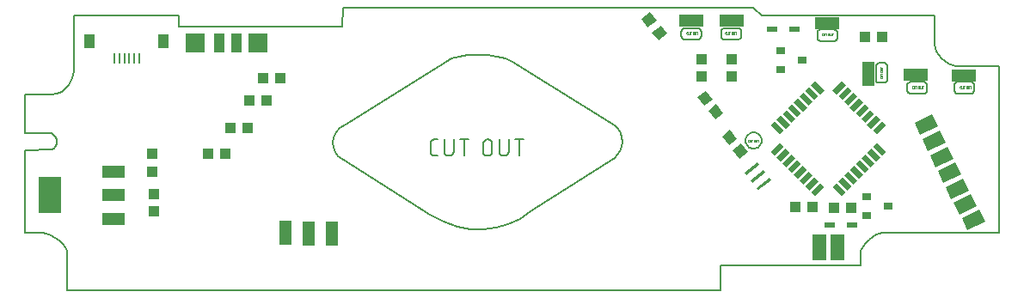
<source format=gtp>
G75*
%MOIN*%
%OFA0B0*%
%FSLAX25Y25*%
%IPPOS*%
%LPD*%
%AMOC8*
5,1,8,0,0,1.08239X$1,22.5*
%
%ADD10C,0.00600*%
%ADD11C,0.00500*%
%ADD12C,0.00800*%
%ADD13C,0.00000*%
%ADD14R,0.03937X0.04331*%
%ADD15R,0.04252X0.04134*%
%ADD16R,0.04331X0.03937*%
%ADD17R,0.08800X0.04800*%
%ADD18R,0.08661X0.14173*%
%ADD19R,0.03543X0.03150*%
%ADD20R,0.09500X0.04500*%
%ADD21R,0.05400X0.10000*%
%ADD22R,0.04500X0.09500*%
%ADD23R,0.05157X0.07598*%
%ADD24R,0.04134X0.07677*%
%ADD25R,0.07677X0.07677*%
%ADD26R,0.05000X0.02200*%
%ADD27R,0.02200X0.05000*%
%ADD28R,0.06299X0.01181*%
%ADD29R,0.03937X0.02362*%
%ADD30R,0.00984X0.03937*%
%ADD31R,0.03937X0.05276*%
D10*
X0017703Y0038877D02*
X0017703Y0053068D01*
X0017473Y0054223D01*
X0016826Y0055511D01*
X0015826Y0056843D01*
X0014540Y0058131D01*
X0013031Y0059287D01*
X0011367Y0060221D01*
X0009609Y0060847D01*
X0007826Y0061075D01*
X0001300Y0061075D01*
X0001300Y0093285D01*
X0011489Y0093363D01*
X0012380Y0093845D01*
X0013016Y0094600D01*
X0013395Y0095536D01*
X0013520Y0096561D01*
X0013391Y0097585D01*
X0013008Y0098513D01*
X0012374Y0099256D01*
X0011489Y0099720D01*
X0001300Y0099735D01*
X0001300Y0114803D02*
X0011489Y0114803D01*
X0013651Y0115090D01*
X0015486Y0115887D01*
X0017005Y0117096D01*
X0018220Y0118620D01*
X0019144Y0120362D01*
X0019789Y0122225D01*
X0020167Y0124111D01*
X0020291Y0125924D01*
X0020291Y0145461D01*
X0060762Y0145461D02*
X0060762Y0141013D01*
X0124178Y0141164D01*
X0124439Y0148568D01*
X0283611Y0148568D01*
X0286803Y0145461D01*
X0353849Y0145461D01*
X0353872Y0134183D01*
X0354104Y0132969D01*
X0354668Y0131631D01*
X0355516Y0130256D01*
X0356599Y0128933D01*
X0357869Y0127750D01*
X0359276Y0126796D01*
X0360773Y0126160D01*
X0362309Y0125929D01*
X0362585Y0125935D01*
X0378794Y0125924D01*
X0378794Y0061075D01*
X0333600Y0061075D01*
X0332610Y0060907D01*
X0331351Y0060421D01*
X0329946Y0059641D01*
X0328519Y0058595D01*
X0327194Y0057307D01*
X0326094Y0055804D01*
X0325344Y0054111D01*
X0325066Y0052254D01*
X0325066Y0048361D01*
X0270858Y0048361D01*
X0270858Y0038877D01*
X0017703Y0038877D01*
X0122690Y0090966D02*
X0124225Y0089783D01*
X0158265Y0068189D01*
X0163523Y0065449D01*
X0168754Y0063607D01*
X0173919Y0062628D01*
X0178974Y0062478D01*
X0183880Y0063119D01*
X0188596Y0064518D01*
X0193079Y0066639D01*
X0197289Y0069447D01*
X0229895Y0090159D01*
X0230978Y0091402D01*
X0231843Y0092915D01*
X0232442Y0094612D01*
X0232729Y0096404D01*
X0232659Y0098204D01*
X0232183Y0099923D01*
X0231257Y0101475D01*
X0229833Y0102771D01*
X0190100Y0127595D01*
X0187592Y0128804D01*
X0184372Y0129643D01*
X0180700Y0130126D01*
X0176836Y0130263D01*
X0173041Y0130067D01*
X0169574Y0129549D01*
X0166698Y0128721D01*
X0164671Y0127595D01*
X0125405Y0103236D01*
X0123317Y0101738D01*
X0121857Y0099993D01*
X0120989Y0098097D01*
X0120674Y0096150D01*
X0120878Y0094247D01*
X0121562Y0092486D01*
X0122690Y0090966D01*
X0158497Y0092431D02*
X0158497Y0095986D01*
X0158499Y0096060D01*
X0158505Y0096135D01*
X0158515Y0096208D01*
X0158528Y0096282D01*
X0158545Y0096354D01*
X0158567Y0096425D01*
X0158591Y0096496D01*
X0158620Y0096564D01*
X0158652Y0096632D01*
X0158688Y0096697D01*
X0158726Y0096760D01*
X0158769Y0096822D01*
X0158814Y0096881D01*
X0158862Y0096937D01*
X0158913Y0096992D01*
X0158967Y0097043D01*
X0159024Y0097091D01*
X0159083Y0097136D01*
X0159145Y0097179D01*
X0159208Y0097217D01*
X0159273Y0097253D01*
X0159341Y0097285D01*
X0159409Y0097314D01*
X0159480Y0097338D01*
X0159551Y0097360D01*
X0159623Y0097377D01*
X0159697Y0097390D01*
X0159770Y0097400D01*
X0159845Y0097406D01*
X0159919Y0097408D01*
X0161341Y0097408D01*
X0163846Y0097408D02*
X0163846Y0092786D01*
X0163848Y0092703D01*
X0163854Y0092620D01*
X0163864Y0092537D01*
X0163877Y0092454D01*
X0163895Y0092373D01*
X0163916Y0092292D01*
X0163941Y0092213D01*
X0163970Y0092135D01*
X0164002Y0092058D01*
X0164038Y0091983D01*
X0164077Y0091909D01*
X0164120Y0091838D01*
X0164166Y0091768D01*
X0164216Y0091701D01*
X0164268Y0091636D01*
X0164323Y0091574D01*
X0164382Y0091514D01*
X0164443Y0091457D01*
X0164506Y0091403D01*
X0164572Y0091352D01*
X0164641Y0091305D01*
X0164711Y0091260D01*
X0164784Y0091219D01*
X0164858Y0091182D01*
X0164934Y0091147D01*
X0165012Y0091117D01*
X0165090Y0091090D01*
X0165171Y0091067D01*
X0165252Y0091047D01*
X0165334Y0091032D01*
X0165416Y0091020D01*
X0165499Y0091012D01*
X0165582Y0091008D01*
X0165666Y0091008D01*
X0165749Y0091012D01*
X0165832Y0091020D01*
X0165914Y0091032D01*
X0165996Y0091047D01*
X0166077Y0091067D01*
X0166158Y0091090D01*
X0166236Y0091117D01*
X0166314Y0091147D01*
X0166390Y0091182D01*
X0166464Y0091219D01*
X0166537Y0091260D01*
X0166607Y0091305D01*
X0166676Y0091352D01*
X0166742Y0091403D01*
X0166805Y0091457D01*
X0166866Y0091514D01*
X0166925Y0091574D01*
X0166980Y0091636D01*
X0167032Y0091701D01*
X0167082Y0091768D01*
X0167128Y0091838D01*
X0167171Y0091909D01*
X0167210Y0091983D01*
X0167246Y0092058D01*
X0167278Y0092135D01*
X0167307Y0092213D01*
X0167332Y0092292D01*
X0167353Y0092373D01*
X0167371Y0092454D01*
X0167384Y0092537D01*
X0167394Y0092620D01*
X0167400Y0092703D01*
X0167402Y0092786D01*
X0167401Y0092786D02*
X0167401Y0097408D01*
X0169795Y0097408D02*
X0173350Y0097408D01*
X0171573Y0097408D02*
X0171573Y0091008D01*
X0178821Y0092786D02*
X0178821Y0095631D01*
X0178820Y0095631D02*
X0178822Y0095714D01*
X0178828Y0095797D01*
X0178838Y0095880D01*
X0178851Y0095963D01*
X0178869Y0096044D01*
X0178890Y0096125D01*
X0178915Y0096204D01*
X0178944Y0096282D01*
X0178976Y0096359D01*
X0179012Y0096434D01*
X0179051Y0096508D01*
X0179094Y0096579D01*
X0179140Y0096649D01*
X0179190Y0096716D01*
X0179242Y0096781D01*
X0179297Y0096843D01*
X0179356Y0096903D01*
X0179417Y0096960D01*
X0179480Y0097014D01*
X0179546Y0097065D01*
X0179615Y0097112D01*
X0179685Y0097157D01*
X0179758Y0097198D01*
X0179832Y0097235D01*
X0179908Y0097270D01*
X0179986Y0097300D01*
X0180064Y0097327D01*
X0180145Y0097350D01*
X0180226Y0097370D01*
X0180308Y0097385D01*
X0180390Y0097397D01*
X0180473Y0097405D01*
X0180556Y0097409D01*
X0180640Y0097409D01*
X0180723Y0097405D01*
X0180806Y0097397D01*
X0180888Y0097385D01*
X0180970Y0097370D01*
X0181051Y0097350D01*
X0181132Y0097327D01*
X0181210Y0097300D01*
X0181288Y0097270D01*
X0181364Y0097235D01*
X0181438Y0097198D01*
X0181511Y0097157D01*
X0181581Y0097112D01*
X0181650Y0097065D01*
X0181716Y0097014D01*
X0181779Y0096960D01*
X0181840Y0096903D01*
X0181899Y0096843D01*
X0181954Y0096781D01*
X0182006Y0096716D01*
X0182056Y0096649D01*
X0182102Y0096579D01*
X0182145Y0096508D01*
X0182184Y0096434D01*
X0182220Y0096359D01*
X0182252Y0096282D01*
X0182281Y0096204D01*
X0182306Y0096125D01*
X0182327Y0096044D01*
X0182345Y0095963D01*
X0182358Y0095880D01*
X0182368Y0095797D01*
X0182374Y0095714D01*
X0182376Y0095631D01*
X0182376Y0092786D01*
X0182374Y0092703D01*
X0182368Y0092620D01*
X0182358Y0092537D01*
X0182345Y0092454D01*
X0182327Y0092373D01*
X0182306Y0092292D01*
X0182281Y0092213D01*
X0182252Y0092135D01*
X0182220Y0092058D01*
X0182184Y0091983D01*
X0182145Y0091909D01*
X0182102Y0091838D01*
X0182056Y0091768D01*
X0182006Y0091701D01*
X0181954Y0091636D01*
X0181899Y0091574D01*
X0181840Y0091514D01*
X0181779Y0091457D01*
X0181716Y0091403D01*
X0181650Y0091352D01*
X0181581Y0091305D01*
X0181511Y0091260D01*
X0181438Y0091219D01*
X0181364Y0091182D01*
X0181288Y0091147D01*
X0181210Y0091117D01*
X0181132Y0091090D01*
X0181051Y0091067D01*
X0180970Y0091047D01*
X0180888Y0091032D01*
X0180806Y0091020D01*
X0180723Y0091012D01*
X0180640Y0091008D01*
X0180556Y0091008D01*
X0180473Y0091012D01*
X0180390Y0091020D01*
X0180308Y0091032D01*
X0180226Y0091047D01*
X0180145Y0091067D01*
X0180064Y0091090D01*
X0179986Y0091117D01*
X0179908Y0091147D01*
X0179832Y0091182D01*
X0179758Y0091219D01*
X0179685Y0091260D01*
X0179615Y0091305D01*
X0179546Y0091352D01*
X0179480Y0091403D01*
X0179417Y0091457D01*
X0179356Y0091514D01*
X0179297Y0091574D01*
X0179242Y0091636D01*
X0179190Y0091701D01*
X0179140Y0091768D01*
X0179094Y0091838D01*
X0179051Y0091909D01*
X0179012Y0091983D01*
X0178976Y0092058D01*
X0178944Y0092135D01*
X0178915Y0092213D01*
X0178890Y0092292D01*
X0178869Y0092373D01*
X0178851Y0092454D01*
X0178838Y0092537D01*
X0178828Y0092620D01*
X0178822Y0092703D01*
X0178820Y0092786D01*
X0185180Y0092786D02*
X0185180Y0097408D01*
X0188735Y0097408D02*
X0188735Y0092786D01*
X0188736Y0092786D02*
X0188734Y0092703D01*
X0188728Y0092620D01*
X0188718Y0092537D01*
X0188705Y0092454D01*
X0188687Y0092373D01*
X0188666Y0092292D01*
X0188641Y0092213D01*
X0188612Y0092135D01*
X0188580Y0092058D01*
X0188544Y0091983D01*
X0188505Y0091909D01*
X0188462Y0091838D01*
X0188416Y0091768D01*
X0188366Y0091701D01*
X0188314Y0091636D01*
X0188259Y0091574D01*
X0188200Y0091514D01*
X0188139Y0091457D01*
X0188076Y0091403D01*
X0188010Y0091352D01*
X0187941Y0091305D01*
X0187871Y0091260D01*
X0187798Y0091219D01*
X0187724Y0091182D01*
X0187648Y0091147D01*
X0187570Y0091117D01*
X0187492Y0091090D01*
X0187411Y0091067D01*
X0187330Y0091047D01*
X0187248Y0091032D01*
X0187166Y0091020D01*
X0187083Y0091012D01*
X0187000Y0091008D01*
X0186916Y0091008D01*
X0186833Y0091012D01*
X0186750Y0091020D01*
X0186668Y0091032D01*
X0186586Y0091047D01*
X0186505Y0091067D01*
X0186424Y0091090D01*
X0186346Y0091117D01*
X0186268Y0091147D01*
X0186192Y0091182D01*
X0186118Y0091219D01*
X0186045Y0091260D01*
X0185975Y0091305D01*
X0185906Y0091352D01*
X0185840Y0091403D01*
X0185777Y0091457D01*
X0185716Y0091514D01*
X0185657Y0091574D01*
X0185602Y0091636D01*
X0185550Y0091701D01*
X0185500Y0091768D01*
X0185454Y0091838D01*
X0185411Y0091909D01*
X0185372Y0091983D01*
X0185336Y0092058D01*
X0185304Y0092135D01*
X0185275Y0092213D01*
X0185250Y0092292D01*
X0185229Y0092373D01*
X0185211Y0092454D01*
X0185198Y0092537D01*
X0185188Y0092620D01*
X0185182Y0092703D01*
X0185180Y0092786D01*
X0191129Y0097408D02*
X0194684Y0097408D01*
X0192907Y0097408D02*
X0192907Y0091008D01*
X0161341Y0091008D02*
X0159919Y0091008D01*
X0159919Y0091009D02*
X0159845Y0091011D01*
X0159770Y0091017D01*
X0159697Y0091027D01*
X0159623Y0091040D01*
X0159551Y0091057D01*
X0159480Y0091079D01*
X0159409Y0091103D01*
X0159341Y0091132D01*
X0159273Y0091164D01*
X0159208Y0091200D01*
X0159145Y0091238D01*
X0159083Y0091281D01*
X0159024Y0091326D01*
X0158967Y0091374D01*
X0158913Y0091425D01*
X0158862Y0091479D01*
X0158814Y0091536D01*
X0158769Y0091595D01*
X0158726Y0091657D01*
X0158688Y0091720D01*
X0158652Y0091785D01*
X0158620Y0091853D01*
X0158591Y0091921D01*
X0158567Y0091992D01*
X0158545Y0092063D01*
X0158528Y0092135D01*
X0158515Y0092209D01*
X0158505Y0092282D01*
X0158499Y0092357D01*
X0158497Y0092431D01*
X0255811Y0136897D02*
X0255734Y0137142D01*
X0255707Y0137405D01*
X0255707Y0139289D01*
X0255734Y0139552D01*
X0255811Y0139797D01*
X0255931Y0140020D01*
X0256092Y0140213D01*
X0256285Y0140374D01*
X0256508Y0140495D01*
X0256753Y0140571D01*
X0257016Y0140598D01*
X0262092Y0140598D01*
X0262355Y0140571D01*
X0262600Y0140495D01*
X0262822Y0140374D01*
X0263016Y0140213D01*
X0263176Y0140020D01*
X0263297Y0139797D01*
X0263374Y0139552D01*
X0263400Y0139289D01*
X0263400Y0137405D01*
X0263374Y0137142D01*
X0263297Y0136897D01*
X0263176Y0136675D01*
X0263016Y0136481D01*
X0262822Y0136321D01*
X0262600Y0136200D01*
X0262355Y0136123D01*
X0262092Y0136097D01*
X0257016Y0136097D01*
X0256753Y0136123D01*
X0256508Y0136200D01*
X0256285Y0136321D01*
X0256092Y0136481D01*
X0255931Y0136675D01*
X0255811Y0136897D01*
X0271135Y0137405D02*
X0271135Y0139289D01*
X0271162Y0139552D01*
X0271239Y0139797D01*
X0271359Y0140020D01*
X0271520Y0140213D01*
X0271713Y0140374D01*
X0271935Y0140495D01*
X0272181Y0140571D01*
X0272443Y0140598D01*
X0277520Y0140598D01*
X0277783Y0140571D01*
X0278028Y0140495D01*
X0278250Y0140374D01*
X0278444Y0140213D01*
X0278604Y0140020D01*
X0278725Y0139797D01*
X0278802Y0139552D01*
X0278828Y0139289D01*
X0278828Y0137405D01*
X0278802Y0137142D01*
X0278725Y0136897D01*
X0278604Y0136675D01*
X0278444Y0136481D01*
X0278250Y0136321D01*
X0278028Y0136200D01*
X0277783Y0136123D01*
X0277520Y0136097D01*
X0272443Y0136097D01*
X0272181Y0136123D01*
X0271935Y0136200D01*
X0271713Y0136321D01*
X0271520Y0136481D01*
X0271359Y0136675D01*
X0271239Y0136897D01*
X0271162Y0137142D01*
X0271135Y0137405D01*
X0308483Y0136890D02*
X0308483Y0138774D01*
X0308510Y0139037D01*
X0308587Y0139282D01*
X0308707Y0139504D01*
X0308868Y0139698D01*
X0309061Y0139858D01*
X0309283Y0139979D01*
X0309529Y0140056D01*
X0309791Y0140082D01*
X0314868Y0140082D01*
X0315131Y0140056D01*
X0315376Y0139979D01*
X0315598Y0139858D01*
X0315792Y0139698D01*
X0315952Y0139504D01*
X0316073Y0139282D01*
X0316150Y0139037D01*
X0316176Y0138774D01*
X0316176Y0136890D01*
X0316150Y0136627D01*
X0316073Y0136382D01*
X0315952Y0136160D01*
X0315792Y0135966D01*
X0315598Y0135806D01*
X0315376Y0135685D01*
X0315131Y0135608D01*
X0314868Y0135582D01*
X0309791Y0135582D01*
X0309529Y0135608D01*
X0309283Y0135685D01*
X0309061Y0135806D01*
X0308868Y0135966D01*
X0308707Y0136160D01*
X0308587Y0136382D01*
X0308510Y0136627D01*
X0308483Y0136890D01*
X0331167Y0126223D02*
X0331288Y0126445D01*
X0331448Y0126639D01*
X0331642Y0126799D01*
X0331865Y0126920D01*
X0332109Y0126996D01*
X0332372Y0127023D01*
X0334256Y0127023D01*
X0334519Y0126996D01*
X0334765Y0126920D01*
X0334987Y0126799D01*
X0335181Y0126639D01*
X0335341Y0126445D01*
X0335462Y0126223D01*
X0335538Y0125978D01*
X0335565Y0125715D01*
X0335565Y0120638D01*
X0335538Y0120375D01*
X0335462Y0120130D01*
X0335341Y0119908D01*
X0335181Y0119714D01*
X0334987Y0119554D01*
X0334765Y0119433D01*
X0334519Y0119357D01*
X0334256Y0119330D01*
X0332372Y0119330D01*
X0332109Y0119357D01*
X0331865Y0119433D01*
X0331642Y0119554D01*
X0331448Y0119714D01*
X0331288Y0119908D01*
X0331167Y0120130D01*
X0331091Y0120375D01*
X0331064Y0120638D01*
X0331064Y0125715D01*
X0331091Y0125978D01*
X0331167Y0126223D01*
X0343477Y0119106D02*
X0343637Y0119300D01*
X0343831Y0119460D01*
X0344053Y0119581D01*
X0344298Y0119658D01*
X0344561Y0119684D01*
X0349637Y0119684D01*
X0349900Y0119658D01*
X0350145Y0119581D01*
X0350368Y0119460D01*
X0350561Y0119300D01*
X0350722Y0119106D01*
X0350843Y0118884D01*
X0350919Y0118639D01*
X0350946Y0118376D01*
X0350946Y0116492D01*
X0350919Y0116229D01*
X0350843Y0115984D01*
X0350722Y0115761D01*
X0350561Y0115567D01*
X0350368Y0115407D01*
X0350145Y0115286D01*
X0349900Y0115210D01*
X0349637Y0115183D01*
X0344561Y0115183D01*
X0344298Y0115210D01*
X0344053Y0115286D01*
X0343831Y0115407D01*
X0343637Y0115567D01*
X0343477Y0115761D01*
X0343356Y0115984D01*
X0343280Y0116229D01*
X0343253Y0116492D01*
X0343253Y0118376D01*
X0343280Y0118639D01*
X0343356Y0118884D01*
X0343477Y0119106D01*
X0361576Y0118376D02*
X0361576Y0116492D01*
X0361603Y0116229D01*
X0361680Y0115984D01*
X0361800Y0115761D01*
X0361961Y0115567D01*
X0362154Y0115407D01*
X0362377Y0115286D01*
X0362622Y0115210D01*
X0362885Y0115183D01*
X0367961Y0115183D01*
X0368224Y0115210D01*
X0368469Y0115286D01*
X0368691Y0115407D01*
X0368885Y0115567D01*
X0369045Y0115761D01*
X0369166Y0115984D01*
X0369243Y0116229D01*
X0369269Y0116492D01*
X0369269Y0118376D01*
X0369243Y0118639D01*
X0369166Y0118884D01*
X0369045Y0119106D01*
X0368885Y0119300D01*
X0368691Y0119460D01*
X0368469Y0119581D01*
X0368224Y0119658D01*
X0367961Y0119684D01*
X0362885Y0119684D01*
X0362622Y0119658D01*
X0362377Y0119581D01*
X0362154Y0119460D01*
X0361961Y0119300D01*
X0361800Y0119106D01*
X0361680Y0118884D01*
X0361603Y0118639D01*
X0361576Y0118376D01*
X0286760Y0097559D02*
X0286824Y0096924D01*
X0286764Y0097539D01*
X0286585Y0098129D01*
X0286294Y0098674D01*
X0285902Y0099151D01*
X0285425Y0099543D01*
X0284880Y0099834D01*
X0284289Y0100013D01*
X0283675Y0100074D01*
X0283060Y0100013D01*
X0282469Y0099834D01*
X0281925Y0099543D01*
X0281448Y0099151D01*
X0281056Y0098674D01*
X0280765Y0098129D01*
X0280586Y0097539D01*
X0280525Y0096924D01*
X0280586Y0096310D01*
X0280765Y0095719D01*
X0281056Y0095174D01*
X0281448Y0094697D01*
X0281925Y0094305D01*
X0282469Y0094014D01*
X0283060Y0093835D01*
X0283675Y0093774D01*
X0284289Y0093835D01*
X0284880Y0094014D01*
X0285425Y0094305D01*
X0285902Y0094697D01*
X0286294Y0095174D01*
X0286585Y0095719D01*
X0286764Y0096310D01*
X0286824Y0096924D01*
X0286760Y0096289D01*
X0286577Y0095698D01*
X0286287Y0095163D01*
X0285902Y0094697D01*
X0285436Y0094312D01*
X0284901Y0094022D01*
X0284309Y0093839D01*
X0283675Y0093774D01*
X0283040Y0093839D01*
X0282449Y0094022D01*
X0281914Y0094312D01*
X0281448Y0094697D01*
X0281063Y0095163D01*
X0280773Y0095698D01*
X0280589Y0096289D01*
X0280525Y0096924D01*
X0280589Y0097559D01*
X0280773Y0098150D01*
X0281063Y0098685D01*
X0281448Y0099151D01*
X0281914Y0099536D01*
X0282449Y0099826D01*
X0283040Y0100010D01*
X0283675Y0100074D01*
X0284309Y0100010D01*
X0284901Y0099826D01*
X0285436Y0099536D01*
X0285902Y0099151D01*
X0286287Y0098685D01*
X0286577Y0098150D01*
X0286760Y0097559D01*
D11*
X0001300Y0099735D02*
X0001300Y0114803D01*
D12*
X0020291Y0145461D02*
X0060762Y0145461D01*
D13*
X0257697Y0138831D02*
X0257697Y0138386D01*
X0257699Y0138361D01*
X0257704Y0138336D01*
X0257713Y0138312D01*
X0257725Y0138290D01*
X0257740Y0138269D01*
X0257758Y0138251D01*
X0257779Y0138236D01*
X0257801Y0138224D01*
X0257825Y0138215D01*
X0257850Y0138210D01*
X0257875Y0138208D01*
X0258052Y0138208D01*
X0258322Y0138431D02*
X0258322Y0139008D01*
X0258052Y0139008D02*
X0257875Y0139008D01*
X0257875Y0139009D02*
X0257850Y0139007D01*
X0257825Y0139002D01*
X0257801Y0138993D01*
X0257779Y0138981D01*
X0257758Y0138966D01*
X0257740Y0138948D01*
X0257725Y0138927D01*
X0257713Y0138905D01*
X0257704Y0138881D01*
X0257699Y0138856D01*
X0257697Y0138831D01*
X0258322Y0138431D02*
X0258324Y0138402D01*
X0258330Y0138374D01*
X0258339Y0138346D01*
X0258352Y0138320D01*
X0258368Y0138296D01*
X0258387Y0138274D01*
X0258409Y0138255D01*
X0258433Y0138239D01*
X0258459Y0138226D01*
X0258487Y0138217D01*
X0258515Y0138211D01*
X0258544Y0138209D01*
X0258573Y0138211D01*
X0258601Y0138217D01*
X0258629Y0138226D01*
X0258655Y0138239D01*
X0258679Y0138255D01*
X0258701Y0138274D01*
X0258720Y0138296D01*
X0258736Y0138320D01*
X0258749Y0138346D01*
X0258758Y0138374D01*
X0258764Y0138402D01*
X0258766Y0138431D01*
X0258766Y0139008D01*
X0259018Y0139008D02*
X0259462Y0139008D01*
X0259240Y0139008D02*
X0259240Y0138208D01*
X0260074Y0138431D02*
X0260074Y0138786D01*
X0260076Y0138815D01*
X0260082Y0138843D01*
X0260091Y0138871D01*
X0260104Y0138897D01*
X0260120Y0138921D01*
X0260139Y0138943D01*
X0260161Y0138962D01*
X0260185Y0138978D01*
X0260211Y0138991D01*
X0260239Y0139000D01*
X0260267Y0139006D01*
X0260296Y0139008D01*
X0260325Y0139006D01*
X0260353Y0139000D01*
X0260381Y0138991D01*
X0260407Y0138978D01*
X0260431Y0138962D01*
X0260453Y0138943D01*
X0260472Y0138921D01*
X0260488Y0138897D01*
X0260501Y0138871D01*
X0260510Y0138843D01*
X0260516Y0138815D01*
X0260518Y0138786D01*
X0260518Y0138431D01*
X0260516Y0138402D01*
X0260510Y0138374D01*
X0260501Y0138346D01*
X0260488Y0138320D01*
X0260472Y0138296D01*
X0260453Y0138274D01*
X0260431Y0138255D01*
X0260407Y0138239D01*
X0260381Y0138226D01*
X0260353Y0138217D01*
X0260325Y0138211D01*
X0260296Y0138209D01*
X0260267Y0138211D01*
X0260239Y0138217D01*
X0260211Y0138226D01*
X0260185Y0138239D01*
X0260161Y0138255D01*
X0260139Y0138274D01*
X0260120Y0138296D01*
X0260104Y0138320D01*
X0260091Y0138346D01*
X0260082Y0138374D01*
X0260076Y0138402D01*
X0260074Y0138431D01*
X0260818Y0138431D02*
X0260818Y0139008D01*
X0261262Y0139008D02*
X0261262Y0138431D01*
X0261260Y0138402D01*
X0261254Y0138374D01*
X0261245Y0138346D01*
X0261232Y0138320D01*
X0261216Y0138296D01*
X0261197Y0138274D01*
X0261175Y0138255D01*
X0261151Y0138239D01*
X0261125Y0138226D01*
X0261097Y0138217D01*
X0261069Y0138211D01*
X0261040Y0138209D01*
X0261011Y0138211D01*
X0260983Y0138217D01*
X0260955Y0138226D01*
X0260929Y0138239D01*
X0260905Y0138255D01*
X0260883Y0138274D01*
X0260864Y0138296D01*
X0260848Y0138320D01*
X0260835Y0138346D01*
X0260826Y0138374D01*
X0260820Y0138402D01*
X0260818Y0138431D01*
X0261514Y0139008D02*
X0261958Y0139008D01*
X0261736Y0139008D02*
X0261736Y0138208D01*
X0272697Y0138386D02*
X0272697Y0138831D01*
X0272699Y0138856D01*
X0272704Y0138881D01*
X0272713Y0138905D01*
X0272725Y0138927D01*
X0272740Y0138948D01*
X0272758Y0138966D01*
X0272779Y0138981D01*
X0272801Y0138993D01*
X0272825Y0139002D01*
X0272850Y0139007D01*
X0272875Y0139009D01*
X0272875Y0139008D02*
X0273052Y0139008D01*
X0273322Y0139008D02*
X0273322Y0138431D01*
X0273324Y0138402D01*
X0273330Y0138374D01*
X0273339Y0138346D01*
X0273352Y0138320D01*
X0273368Y0138296D01*
X0273387Y0138274D01*
X0273409Y0138255D01*
X0273433Y0138239D01*
X0273459Y0138226D01*
X0273487Y0138217D01*
X0273515Y0138211D01*
X0273544Y0138209D01*
X0273573Y0138211D01*
X0273601Y0138217D01*
X0273629Y0138226D01*
X0273655Y0138239D01*
X0273679Y0138255D01*
X0273701Y0138274D01*
X0273720Y0138296D01*
X0273736Y0138320D01*
X0273749Y0138346D01*
X0273758Y0138374D01*
X0273764Y0138402D01*
X0273766Y0138431D01*
X0273766Y0139008D01*
X0274018Y0139008D02*
X0274462Y0139008D01*
X0274240Y0139008D02*
X0274240Y0138208D01*
X0275074Y0138431D02*
X0275074Y0138786D01*
X0275076Y0138815D01*
X0275082Y0138843D01*
X0275091Y0138871D01*
X0275104Y0138897D01*
X0275120Y0138921D01*
X0275139Y0138943D01*
X0275161Y0138962D01*
X0275185Y0138978D01*
X0275211Y0138991D01*
X0275239Y0139000D01*
X0275267Y0139006D01*
X0275296Y0139008D01*
X0275325Y0139006D01*
X0275353Y0139000D01*
X0275381Y0138991D01*
X0275407Y0138978D01*
X0275431Y0138962D01*
X0275453Y0138943D01*
X0275472Y0138921D01*
X0275488Y0138897D01*
X0275501Y0138871D01*
X0275510Y0138843D01*
X0275516Y0138815D01*
X0275518Y0138786D01*
X0275518Y0138431D01*
X0275516Y0138402D01*
X0275510Y0138374D01*
X0275501Y0138346D01*
X0275488Y0138320D01*
X0275472Y0138296D01*
X0275453Y0138274D01*
X0275431Y0138255D01*
X0275407Y0138239D01*
X0275381Y0138226D01*
X0275353Y0138217D01*
X0275325Y0138211D01*
X0275296Y0138209D01*
X0275267Y0138211D01*
X0275239Y0138217D01*
X0275211Y0138226D01*
X0275185Y0138239D01*
X0275161Y0138255D01*
X0275139Y0138274D01*
X0275120Y0138296D01*
X0275104Y0138320D01*
X0275091Y0138346D01*
X0275082Y0138374D01*
X0275076Y0138402D01*
X0275074Y0138431D01*
X0275818Y0138431D02*
X0275818Y0139008D01*
X0276262Y0139008D02*
X0276262Y0138431D01*
X0276260Y0138402D01*
X0276254Y0138374D01*
X0276245Y0138346D01*
X0276232Y0138320D01*
X0276216Y0138296D01*
X0276197Y0138274D01*
X0276175Y0138255D01*
X0276151Y0138239D01*
X0276125Y0138226D01*
X0276097Y0138217D01*
X0276069Y0138211D01*
X0276040Y0138209D01*
X0276011Y0138211D01*
X0275983Y0138217D01*
X0275955Y0138226D01*
X0275929Y0138239D01*
X0275905Y0138255D01*
X0275883Y0138274D01*
X0275864Y0138296D01*
X0275848Y0138320D01*
X0275835Y0138346D01*
X0275826Y0138374D01*
X0275820Y0138402D01*
X0275818Y0138431D01*
X0276514Y0139008D02*
X0276958Y0139008D01*
X0276736Y0139008D02*
X0276736Y0138208D01*
X0273052Y0138208D02*
X0272875Y0138208D01*
X0272850Y0138210D01*
X0272825Y0138215D01*
X0272801Y0138224D01*
X0272779Y0138236D01*
X0272758Y0138251D01*
X0272740Y0138269D01*
X0272725Y0138290D01*
X0272713Y0138312D01*
X0272704Y0138336D01*
X0272699Y0138361D01*
X0272697Y0138386D01*
X0310197Y0138331D02*
X0310197Y0137886D01*
X0310199Y0137861D01*
X0310204Y0137836D01*
X0310213Y0137812D01*
X0310225Y0137790D01*
X0310240Y0137769D01*
X0310258Y0137751D01*
X0310279Y0137736D01*
X0310301Y0137724D01*
X0310325Y0137715D01*
X0310350Y0137710D01*
X0310375Y0137708D01*
X0310552Y0137708D01*
X0310822Y0137931D02*
X0310822Y0138508D01*
X0310552Y0138508D02*
X0310375Y0138508D01*
X0310375Y0138509D02*
X0310350Y0138507D01*
X0310325Y0138502D01*
X0310301Y0138493D01*
X0310279Y0138481D01*
X0310258Y0138466D01*
X0310240Y0138448D01*
X0310225Y0138427D01*
X0310213Y0138405D01*
X0310204Y0138381D01*
X0310199Y0138356D01*
X0310197Y0138331D01*
X0310822Y0137931D02*
X0310824Y0137902D01*
X0310830Y0137874D01*
X0310839Y0137846D01*
X0310852Y0137820D01*
X0310868Y0137796D01*
X0310887Y0137774D01*
X0310909Y0137755D01*
X0310933Y0137739D01*
X0310959Y0137726D01*
X0310987Y0137717D01*
X0311015Y0137711D01*
X0311044Y0137709D01*
X0311073Y0137711D01*
X0311101Y0137717D01*
X0311129Y0137726D01*
X0311155Y0137739D01*
X0311179Y0137755D01*
X0311201Y0137774D01*
X0311220Y0137796D01*
X0311236Y0137820D01*
X0311249Y0137846D01*
X0311258Y0137874D01*
X0311264Y0137902D01*
X0311266Y0137931D01*
X0311266Y0138508D01*
X0311518Y0138508D02*
X0311962Y0138508D01*
X0311740Y0138508D02*
X0311740Y0137708D01*
X0312574Y0137931D02*
X0312574Y0138286D01*
X0312576Y0138315D01*
X0312582Y0138343D01*
X0312591Y0138371D01*
X0312604Y0138397D01*
X0312620Y0138421D01*
X0312639Y0138443D01*
X0312661Y0138462D01*
X0312685Y0138478D01*
X0312711Y0138491D01*
X0312739Y0138500D01*
X0312767Y0138506D01*
X0312796Y0138508D01*
X0312825Y0138506D01*
X0312853Y0138500D01*
X0312881Y0138491D01*
X0312907Y0138478D01*
X0312931Y0138462D01*
X0312953Y0138443D01*
X0312972Y0138421D01*
X0312988Y0138397D01*
X0313001Y0138371D01*
X0313010Y0138343D01*
X0313016Y0138315D01*
X0313018Y0138286D01*
X0313018Y0137931D01*
X0313016Y0137902D01*
X0313010Y0137874D01*
X0313001Y0137846D01*
X0312988Y0137820D01*
X0312972Y0137796D01*
X0312953Y0137774D01*
X0312931Y0137755D01*
X0312907Y0137739D01*
X0312881Y0137726D01*
X0312853Y0137717D01*
X0312825Y0137711D01*
X0312796Y0137709D01*
X0312767Y0137711D01*
X0312739Y0137717D01*
X0312711Y0137726D01*
X0312685Y0137739D01*
X0312661Y0137755D01*
X0312639Y0137774D01*
X0312620Y0137796D01*
X0312604Y0137820D01*
X0312591Y0137846D01*
X0312582Y0137874D01*
X0312576Y0137902D01*
X0312574Y0137931D01*
X0313318Y0137931D02*
X0313318Y0138508D01*
X0313762Y0138508D02*
X0313762Y0137931D01*
X0313760Y0137902D01*
X0313754Y0137874D01*
X0313745Y0137846D01*
X0313732Y0137820D01*
X0313716Y0137796D01*
X0313697Y0137774D01*
X0313675Y0137755D01*
X0313651Y0137739D01*
X0313625Y0137726D01*
X0313597Y0137717D01*
X0313569Y0137711D01*
X0313540Y0137709D01*
X0313511Y0137711D01*
X0313483Y0137717D01*
X0313455Y0137726D01*
X0313429Y0137739D01*
X0313405Y0137755D01*
X0313383Y0137774D01*
X0313364Y0137796D01*
X0313348Y0137820D01*
X0313335Y0137846D01*
X0313326Y0137874D01*
X0313320Y0137902D01*
X0313318Y0137931D01*
X0314014Y0138508D02*
X0314458Y0138508D01*
X0314236Y0138508D02*
X0314236Y0137708D01*
X0332897Y0125470D02*
X0332897Y0125025D01*
X0332897Y0125248D02*
X0333697Y0125248D01*
X0333475Y0124774D02*
X0332897Y0124774D01*
X0332897Y0124329D02*
X0333475Y0124329D01*
X0333475Y0124330D02*
X0333504Y0124332D01*
X0333532Y0124338D01*
X0333560Y0124347D01*
X0333586Y0124360D01*
X0333610Y0124376D01*
X0333632Y0124395D01*
X0333651Y0124417D01*
X0333667Y0124441D01*
X0333680Y0124467D01*
X0333689Y0124495D01*
X0333695Y0124523D01*
X0333697Y0124552D01*
X0333695Y0124581D01*
X0333689Y0124609D01*
X0333680Y0124637D01*
X0333667Y0124663D01*
X0333651Y0124687D01*
X0333632Y0124709D01*
X0333610Y0124728D01*
X0333586Y0124744D01*
X0333560Y0124757D01*
X0333532Y0124766D01*
X0333504Y0124772D01*
X0333475Y0124774D01*
X0333475Y0124030D02*
X0333119Y0124030D01*
X0333090Y0124028D01*
X0333062Y0124022D01*
X0333034Y0124013D01*
X0333008Y0124000D01*
X0332984Y0123984D01*
X0332962Y0123965D01*
X0332943Y0123943D01*
X0332927Y0123919D01*
X0332914Y0123893D01*
X0332905Y0123865D01*
X0332899Y0123837D01*
X0332897Y0123808D01*
X0332899Y0123779D01*
X0332905Y0123751D01*
X0332914Y0123723D01*
X0332927Y0123697D01*
X0332943Y0123673D01*
X0332962Y0123651D01*
X0332984Y0123632D01*
X0333008Y0123616D01*
X0333034Y0123603D01*
X0333062Y0123594D01*
X0333090Y0123588D01*
X0333119Y0123586D01*
X0333119Y0123585D02*
X0333475Y0123585D01*
X0333475Y0123586D02*
X0333504Y0123588D01*
X0333532Y0123594D01*
X0333560Y0123603D01*
X0333586Y0123616D01*
X0333610Y0123632D01*
X0333632Y0123651D01*
X0333651Y0123673D01*
X0333667Y0123697D01*
X0333680Y0123723D01*
X0333689Y0123751D01*
X0333695Y0123779D01*
X0333697Y0123808D01*
X0333695Y0123837D01*
X0333689Y0123865D01*
X0333680Y0123893D01*
X0333667Y0123919D01*
X0333651Y0123943D01*
X0333632Y0123965D01*
X0333610Y0123984D01*
X0333586Y0124000D01*
X0333560Y0124013D01*
X0333532Y0124022D01*
X0333504Y0124028D01*
X0333475Y0124030D01*
X0332897Y0122974D02*
X0332897Y0122529D01*
X0332897Y0122752D02*
X0333697Y0122752D01*
X0333475Y0122278D02*
X0332897Y0122278D01*
X0332897Y0121833D02*
X0333475Y0121833D01*
X0333475Y0121834D02*
X0333504Y0121836D01*
X0333532Y0121842D01*
X0333560Y0121851D01*
X0333586Y0121864D01*
X0333610Y0121880D01*
X0333632Y0121899D01*
X0333651Y0121921D01*
X0333667Y0121945D01*
X0333680Y0121971D01*
X0333689Y0121999D01*
X0333695Y0122027D01*
X0333697Y0122056D01*
X0333695Y0122085D01*
X0333689Y0122113D01*
X0333680Y0122141D01*
X0333667Y0122167D01*
X0333651Y0122191D01*
X0333632Y0122213D01*
X0333610Y0122232D01*
X0333586Y0122248D01*
X0333560Y0122261D01*
X0333532Y0122270D01*
X0333504Y0122276D01*
X0333475Y0122278D01*
X0333697Y0121564D02*
X0333697Y0121386D01*
X0333695Y0121361D01*
X0333690Y0121336D01*
X0333681Y0121312D01*
X0333669Y0121290D01*
X0333654Y0121269D01*
X0333636Y0121251D01*
X0333615Y0121236D01*
X0333593Y0121224D01*
X0333569Y0121215D01*
X0333544Y0121210D01*
X0333519Y0121208D01*
X0333075Y0121208D01*
X0333050Y0121210D01*
X0333025Y0121215D01*
X0333001Y0121224D01*
X0332979Y0121236D01*
X0332958Y0121251D01*
X0332940Y0121269D01*
X0332925Y0121290D01*
X0332913Y0121312D01*
X0332904Y0121336D01*
X0332899Y0121361D01*
X0332897Y0121386D01*
X0332897Y0121564D01*
X0345197Y0117831D02*
X0345197Y0117386D01*
X0345199Y0117361D01*
X0345204Y0117336D01*
X0345213Y0117312D01*
X0345225Y0117290D01*
X0345240Y0117269D01*
X0345258Y0117251D01*
X0345279Y0117236D01*
X0345301Y0117224D01*
X0345325Y0117215D01*
X0345350Y0117210D01*
X0345375Y0117208D01*
X0345552Y0117208D01*
X0345822Y0117431D02*
X0345822Y0118008D01*
X0345552Y0118008D02*
X0345375Y0118008D01*
X0345375Y0118009D02*
X0345350Y0118007D01*
X0345325Y0118002D01*
X0345301Y0117993D01*
X0345279Y0117981D01*
X0345258Y0117966D01*
X0345240Y0117948D01*
X0345225Y0117927D01*
X0345213Y0117905D01*
X0345204Y0117881D01*
X0345199Y0117856D01*
X0345197Y0117831D01*
X0345822Y0117431D02*
X0345824Y0117402D01*
X0345830Y0117374D01*
X0345839Y0117346D01*
X0345852Y0117320D01*
X0345868Y0117296D01*
X0345887Y0117274D01*
X0345909Y0117255D01*
X0345933Y0117239D01*
X0345959Y0117226D01*
X0345987Y0117217D01*
X0346015Y0117211D01*
X0346044Y0117209D01*
X0346073Y0117211D01*
X0346101Y0117217D01*
X0346129Y0117226D01*
X0346155Y0117239D01*
X0346179Y0117255D01*
X0346201Y0117274D01*
X0346220Y0117296D01*
X0346236Y0117320D01*
X0346249Y0117346D01*
X0346258Y0117374D01*
X0346264Y0117402D01*
X0346266Y0117431D01*
X0346266Y0118008D01*
X0346518Y0118008D02*
X0346962Y0118008D01*
X0346740Y0118008D02*
X0346740Y0117208D01*
X0347574Y0117431D02*
X0347574Y0117786D01*
X0347576Y0117815D01*
X0347582Y0117843D01*
X0347591Y0117871D01*
X0347604Y0117897D01*
X0347620Y0117921D01*
X0347639Y0117943D01*
X0347661Y0117962D01*
X0347685Y0117978D01*
X0347711Y0117991D01*
X0347739Y0118000D01*
X0347767Y0118006D01*
X0347796Y0118008D01*
X0347825Y0118006D01*
X0347853Y0118000D01*
X0347881Y0117991D01*
X0347907Y0117978D01*
X0347931Y0117962D01*
X0347953Y0117943D01*
X0347972Y0117921D01*
X0347988Y0117897D01*
X0348001Y0117871D01*
X0348010Y0117843D01*
X0348016Y0117815D01*
X0348018Y0117786D01*
X0348018Y0117431D01*
X0348016Y0117402D01*
X0348010Y0117374D01*
X0348001Y0117346D01*
X0347988Y0117320D01*
X0347972Y0117296D01*
X0347953Y0117274D01*
X0347931Y0117255D01*
X0347907Y0117239D01*
X0347881Y0117226D01*
X0347853Y0117217D01*
X0347825Y0117211D01*
X0347796Y0117209D01*
X0347767Y0117211D01*
X0347739Y0117217D01*
X0347711Y0117226D01*
X0347685Y0117239D01*
X0347661Y0117255D01*
X0347639Y0117274D01*
X0347620Y0117296D01*
X0347604Y0117320D01*
X0347591Y0117346D01*
X0347582Y0117374D01*
X0347576Y0117402D01*
X0347574Y0117431D01*
X0348318Y0117431D02*
X0348318Y0118008D01*
X0348762Y0118008D02*
X0348762Y0117431D01*
X0348760Y0117402D01*
X0348754Y0117374D01*
X0348745Y0117346D01*
X0348732Y0117320D01*
X0348716Y0117296D01*
X0348697Y0117274D01*
X0348675Y0117255D01*
X0348651Y0117239D01*
X0348625Y0117226D01*
X0348597Y0117217D01*
X0348569Y0117211D01*
X0348540Y0117209D01*
X0348511Y0117211D01*
X0348483Y0117217D01*
X0348455Y0117226D01*
X0348429Y0117239D01*
X0348405Y0117255D01*
X0348383Y0117274D01*
X0348364Y0117296D01*
X0348348Y0117320D01*
X0348335Y0117346D01*
X0348326Y0117374D01*
X0348320Y0117402D01*
X0348318Y0117431D01*
X0349014Y0118008D02*
X0349458Y0118008D01*
X0349236Y0118008D02*
X0349236Y0117208D01*
X0363697Y0117386D02*
X0363697Y0117831D01*
X0363699Y0117856D01*
X0363704Y0117881D01*
X0363713Y0117905D01*
X0363725Y0117927D01*
X0363740Y0117948D01*
X0363758Y0117966D01*
X0363779Y0117981D01*
X0363801Y0117993D01*
X0363825Y0118002D01*
X0363850Y0118007D01*
X0363875Y0118009D01*
X0363875Y0118008D02*
X0364052Y0118008D01*
X0364322Y0118008D02*
X0364322Y0117431D01*
X0364324Y0117402D01*
X0364330Y0117374D01*
X0364339Y0117346D01*
X0364352Y0117320D01*
X0364368Y0117296D01*
X0364387Y0117274D01*
X0364409Y0117255D01*
X0364433Y0117239D01*
X0364459Y0117226D01*
X0364487Y0117217D01*
X0364515Y0117211D01*
X0364544Y0117209D01*
X0364573Y0117211D01*
X0364601Y0117217D01*
X0364629Y0117226D01*
X0364655Y0117239D01*
X0364679Y0117255D01*
X0364701Y0117274D01*
X0364720Y0117296D01*
X0364736Y0117320D01*
X0364749Y0117346D01*
X0364758Y0117374D01*
X0364764Y0117402D01*
X0364766Y0117431D01*
X0364766Y0118008D01*
X0365018Y0118008D02*
X0365462Y0118008D01*
X0365240Y0118008D02*
X0365240Y0117208D01*
X0366074Y0117431D02*
X0366074Y0117786D01*
X0366076Y0117815D01*
X0366082Y0117843D01*
X0366091Y0117871D01*
X0366104Y0117897D01*
X0366120Y0117921D01*
X0366139Y0117943D01*
X0366161Y0117962D01*
X0366185Y0117978D01*
X0366211Y0117991D01*
X0366239Y0118000D01*
X0366267Y0118006D01*
X0366296Y0118008D01*
X0366325Y0118006D01*
X0366353Y0118000D01*
X0366381Y0117991D01*
X0366407Y0117978D01*
X0366431Y0117962D01*
X0366453Y0117943D01*
X0366472Y0117921D01*
X0366488Y0117897D01*
X0366501Y0117871D01*
X0366510Y0117843D01*
X0366516Y0117815D01*
X0366518Y0117786D01*
X0366518Y0117431D01*
X0366516Y0117402D01*
X0366510Y0117374D01*
X0366501Y0117346D01*
X0366488Y0117320D01*
X0366472Y0117296D01*
X0366453Y0117274D01*
X0366431Y0117255D01*
X0366407Y0117239D01*
X0366381Y0117226D01*
X0366353Y0117217D01*
X0366325Y0117211D01*
X0366296Y0117209D01*
X0366267Y0117211D01*
X0366239Y0117217D01*
X0366211Y0117226D01*
X0366185Y0117239D01*
X0366161Y0117255D01*
X0366139Y0117274D01*
X0366120Y0117296D01*
X0366104Y0117320D01*
X0366091Y0117346D01*
X0366082Y0117374D01*
X0366076Y0117402D01*
X0366074Y0117431D01*
X0366818Y0117431D02*
X0366818Y0118008D01*
X0367262Y0118008D02*
X0367262Y0117431D01*
X0367260Y0117402D01*
X0367254Y0117374D01*
X0367245Y0117346D01*
X0367232Y0117320D01*
X0367216Y0117296D01*
X0367197Y0117274D01*
X0367175Y0117255D01*
X0367151Y0117239D01*
X0367125Y0117226D01*
X0367097Y0117217D01*
X0367069Y0117211D01*
X0367040Y0117209D01*
X0367011Y0117211D01*
X0366983Y0117217D01*
X0366955Y0117226D01*
X0366929Y0117239D01*
X0366905Y0117255D01*
X0366883Y0117274D01*
X0366864Y0117296D01*
X0366848Y0117320D01*
X0366835Y0117346D01*
X0366826Y0117374D01*
X0366820Y0117402D01*
X0366818Y0117431D01*
X0367514Y0118008D02*
X0367958Y0118008D01*
X0367736Y0118008D02*
X0367736Y0117208D01*
X0364052Y0117208D02*
X0363875Y0117208D01*
X0363850Y0117210D01*
X0363825Y0117215D01*
X0363801Y0117224D01*
X0363779Y0117236D01*
X0363758Y0117251D01*
X0363740Y0117269D01*
X0363725Y0117290D01*
X0363713Y0117312D01*
X0363704Y0117336D01*
X0363699Y0117361D01*
X0363697Y0117386D01*
X0285697Y0097208D02*
X0285252Y0097208D01*
X0285475Y0097208D02*
X0285475Y0096408D01*
X0285001Y0096631D02*
X0285001Y0097208D01*
X0284556Y0097208D02*
X0284556Y0096631D01*
X0284557Y0096631D02*
X0284559Y0096602D01*
X0284565Y0096574D01*
X0284574Y0096546D01*
X0284587Y0096520D01*
X0284603Y0096496D01*
X0284622Y0096474D01*
X0284644Y0096455D01*
X0284668Y0096439D01*
X0284694Y0096426D01*
X0284722Y0096417D01*
X0284750Y0096411D01*
X0284779Y0096409D01*
X0284808Y0096411D01*
X0284836Y0096417D01*
X0284864Y0096426D01*
X0284890Y0096439D01*
X0284914Y0096455D01*
X0284936Y0096474D01*
X0284955Y0096496D01*
X0284971Y0096520D01*
X0284984Y0096546D01*
X0284993Y0096574D01*
X0284999Y0096602D01*
X0285001Y0096631D01*
X0284257Y0096631D02*
X0284257Y0096986D01*
X0284255Y0097015D01*
X0284249Y0097043D01*
X0284240Y0097071D01*
X0284227Y0097097D01*
X0284211Y0097121D01*
X0284192Y0097143D01*
X0284170Y0097162D01*
X0284146Y0097178D01*
X0284120Y0097191D01*
X0284092Y0097200D01*
X0284064Y0097206D01*
X0284035Y0097208D01*
X0284006Y0097206D01*
X0283978Y0097200D01*
X0283950Y0097191D01*
X0283924Y0097178D01*
X0283900Y0097162D01*
X0283878Y0097143D01*
X0283859Y0097121D01*
X0283843Y0097097D01*
X0283830Y0097071D01*
X0283821Y0097043D01*
X0283815Y0097015D01*
X0283813Y0096986D01*
X0283812Y0096986D02*
X0283812Y0096631D01*
X0283813Y0096631D02*
X0283815Y0096602D01*
X0283821Y0096574D01*
X0283830Y0096546D01*
X0283843Y0096520D01*
X0283859Y0096496D01*
X0283878Y0096474D01*
X0283900Y0096455D01*
X0283924Y0096439D01*
X0283950Y0096426D01*
X0283978Y0096417D01*
X0284006Y0096411D01*
X0284035Y0096409D01*
X0284064Y0096411D01*
X0284092Y0096417D01*
X0284120Y0096426D01*
X0284146Y0096439D01*
X0284170Y0096455D01*
X0284192Y0096474D01*
X0284211Y0096496D01*
X0284227Y0096520D01*
X0284240Y0096546D01*
X0284249Y0096574D01*
X0284255Y0096602D01*
X0284257Y0096631D01*
X0283201Y0097208D02*
X0282756Y0097208D01*
X0282979Y0097208D02*
X0282979Y0096408D01*
X0282505Y0096631D02*
X0282505Y0097208D01*
X0282060Y0097208D02*
X0282060Y0096631D01*
X0282061Y0096631D02*
X0282063Y0096602D01*
X0282069Y0096574D01*
X0282078Y0096546D01*
X0282091Y0096520D01*
X0282107Y0096496D01*
X0282126Y0096474D01*
X0282148Y0096455D01*
X0282172Y0096439D01*
X0282198Y0096426D01*
X0282226Y0096417D01*
X0282254Y0096411D01*
X0282283Y0096409D01*
X0282312Y0096411D01*
X0282340Y0096417D01*
X0282368Y0096426D01*
X0282394Y0096439D01*
X0282418Y0096455D01*
X0282440Y0096474D01*
X0282459Y0096496D01*
X0282475Y0096520D01*
X0282488Y0096546D01*
X0282497Y0096574D01*
X0282503Y0096602D01*
X0282505Y0096631D01*
X0281791Y0096408D02*
X0281613Y0096408D01*
X0281588Y0096410D01*
X0281563Y0096415D01*
X0281539Y0096424D01*
X0281517Y0096436D01*
X0281496Y0096451D01*
X0281478Y0096469D01*
X0281463Y0096490D01*
X0281451Y0096512D01*
X0281442Y0096536D01*
X0281437Y0096561D01*
X0281435Y0096586D01*
X0281435Y0097031D01*
X0281437Y0097056D01*
X0281442Y0097081D01*
X0281451Y0097105D01*
X0281463Y0097127D01*
X0281478Y0097148D01*
X0281496Y0097166D01*
X0281517Y0097181D01*
X0281539Y0097193D01*
X0281563Y0097202D01*
X0281588Y0097207D01*
X0281613Y0097209D01*
X0281613Y0097208D02*
X0281791Y0097208D01*
D14*
X0299850Y0071208D03*
X0306543Y0071208D03*
X0314850Y0070708D03*
X0321543Y0070708D03*
X0326850Y0137208D03*
X0333543Y0137208D03*
G36*
X0247751Y0141454D02*
X0250174Y0138354D01*
X0246763Y0135688D01*
X0244340Y0138788D01*
X0247751Y0141454D01*
G37*
G36*
X0243631Y0146728D02*
X0246054Y0143628D01*
X0242643Y0140962D01*
X0240220Y0144062D01*
X0243631Y0146728D01*
G37*
X0100293Y0121208D03*
X0093600Y0121208D03*
X0094793Y0112458D03*
X0088100Y0112458D03*
X0087543Y0101958D03*
X0080850Y0101958D03*
X0079043Y0091708D03*
X0072350Y0091708D03*
X0051197Y0076055D03*
X0051197Y0069362D03*
D15*
X0050697Y0084763D03*
X0050697Y0091653D03*
D16*
X0263447Y0121862D03*
X0275197Y0121862D03*
X0275197Y0128555D03*
X0263447Y0128555D03*
G36*
X0265104Y0116262D02*
X0267770Y0112851D01*
X0264670Y0110428D01*
X0262004Y0113839D01*
X0265104Y0116262D01*
G37*
G36*
X0269224Y0110988D02*
X0271890Y0107577D01*
X0268790Y0105154D01*
X0266124Y0108565D01*
X0269224Y0110988D01*
G37*
G36*
X0274604Y0101012D02*
X0277270Y0097601D01*
X0274170Y0095178D01*
X0271504Y0098589D01*
X0274604Y0101012D01*
G37*
G36*
X0278724Y0095738D02*
X0281390Y0092327D01*
X0278290Y0089904D01*
X0275624Y0093315D01*
X0278724Y0095738D01*
G37*
D17*
X0035397Y0084808D03*
X0035397Y0075708D03*
X0035397Y0066608D03*
D18*
X0010996Y0075708D03*
D19*
X0294260Y0124468D03*
X0302528Y0128208D03*
X0294260Y0131948D03*
X0327510Y0075198D03*
X0335778Y0071458D03*
X0327510Y0067718D03*
D20*
X0346697Y0122448D03*
X0365197Y0122263D03*
X0312197Y0142319D03*
X0275197Y0143578D03*
X0259697Y0143393D03*
D21*
X0309197Y0055319D03*
X0316197Y0055319D03*
D22*
X0328272Y0122708D03*
X0120354Y0060748D03*
X0111354Y0060748D03*
X0102354Y0061248D03*
D23*
G36*
X0348313Y0099026D02*
X0346053Y0103659D01*
X0352881Y0106990D01*
X0355141Y0102357D01*
X0348313Y0099026D01*
G37*
G36*
X0351313Y0092826D02*
X0349053Y0097459D01*
X0355881Y0100790D01*
X0358141Y0096157D01*
X0351313Y0092826D01*
G37*
G36*
X0354313Y0086626D02*
X0352053Y0091259D01*
X0358881Y0094590D01*
X0361141Y0089957D01*
X0354313Y0086626D01*
G37*
G36*
X0357363Y0080376D02*
X0355103Y0085009D01*
X0361931Y0088340D01*
X0364191Y0083707D01*
X0357363Y0080376D01*
G37*
G36*
X0360313Y0074176D02*
X0358053Y0078809D01*
X0364881Y0082140D01*
X0367141Y0077507D01*
X0360313Y0074176D01*
G37*
G36*
X0363463Y0068026D02*
X0361203Y0072659D01*
X0368031Y0075990D01*
X0370291Y0071357D01*
X0363463Y0068026D01*
G37*
G36*
X0366663Y0062026D02*
X0364403Y0066659D01*
X0371231Y0069990D01*
X0373491Y0065357D01*
X0366663Y0062026D01*
G37*
D24*
X0083097Y0134808D03*
X0076597Y0134708D03*
D25*
X0067297Y0134658D03*
X0091497Y0134708D03*
D26*
G36*
X0295497Y0094542D02*
X0291963Y0091008D01*
X0290407Y0092564D01*
X0293941Y0096098D01*
X0295497Y0094542D01*
G37*
G36*
X0297724Y0092315D02*
X0294190Y0088781D01*
X0292634Y0090337D01*
X0296168Y0093871D01*
X0297724Y0092315D01*
G37*
G36*
X0299951Y0090088D02*
X0296417Y0086554D01*
X0294861Y0088110D01*
X0298395Y0091644D01*
X0299951Y0090088D01*
G37*
G36*
X0302178Y0087861D02*
X0298644Y0084327D01*
X0297088Y0085883D01*
X0300622Y0089417D01*
X0302178Y0087861D01*
G37*
G36*
X0304405Y0085634D02*
X0300871Y0082100D01*
X0299315Y0083656D01*
X0302849Y0087190D01*
X0304405Y0085634D01*
G37*
G36*
X0306632Y0083407D02*
X0303098Y0079873D01*
X0301542Y0081429D01*
X0305076Y0084963D01*
X0306632Y0083407D01*
G37*
G36*
X0308860Y0081179D02*
X0305326Y0077645D01*
X0303770Y0079201D01*
X0307304Y0082735D01*
X0308860Y0081179D01*
G37*
G36*
X0311087Y0078952D02*
X0307553Y0075418D01*
X0305997Y0076974D01*
X0309531Y0080508D01*
X0311087Y0078952D01*
G37*
G36*
X0334987Y0102853D02*
X0331453Y0099319D01*
X0329897Y0100875D01*
X0333431Y0104409D01*
X0334987Y0102853D01*
G37*
G36*
X0332760Y0105080D02*
X0329226Y0101546D01*
X0327670Y0103102D01*
X0331204Y0106636D01*
X0332760Y0105080D01*
G37*
G36*
X0330533Y0107307D02*
X0326999Y0103773D01*
X0325443Y0105329D01*
X0328977Y0108863D01*
X0330533Y0107307D01*
G37*
G36*
X0328306Y0109534D02*
X0324772Y0106000D01*
X0323216Y0107556D01*
X0326750Y0111090D01*
X0328306Y0109534D01*
G37*
G36*
X0326078Y0111761D02*
X0322544Y0108227D01*
X0320988Y0109783D01*
X0324522Y0113317D01*
X0326078Y0111761D01*
G37*
G36*
X0323851Y0113988D02*
X0320317Y0110454D01*
X0318761Y0112010D01*
X0322295Y0115544D01*
X0323851Y0113988D01*
G37*
G36*
X0321624Y0116215D02*
X0318090Y0112681D01*
X0316534Y0114237D01*
X0320068Y0117771D01*
X0321624Y0116215D01*
G37*
G36*
X0319397Y0118442D02*
X0315863Y0114908D01*
X0314307Y0116464D01*
X0317841Y0119998D01*
X0319397Y0118442D01*
G37*
D27*
G36*
X0311087Y0116464D02*
X0309531Y0114908D01*
X0305997Y0118442D01*
X0307553Y0119998D01*
X0311087Y0116464D01*
G37*
G36*
X0308860Y0114237D02*
X0307304Y0112681D01*
X0303770Y0116215D01*
X0305326Y0117771D01*
X0308860Y0114237D01*
G37*
G36*
X0306632Y0112010D02*
X0305076Y0110454D01*
X0301542Y0113988D01*
X0303098Y0115544D01*
X0306632Y0112010D01*
G37*
G36*
X0304405Y0109783D02*
X0302849Y0108227D01*
X0299315Y0111761D01*
X0300871Y0113317D01*
X0304405Y0109783D01*
G37*
G36*
X0302178Y0107556D02*
X0300622Y0106000D01*
X0297088Y0109534D01*
X0298644Y0111090D01*
X0302178Y0107556D01*
G37*
G36*
X0299951Y0105329D02*
X0298395Y0103773D01*
X0294861Y0107307D01*
X0296417Y0108863D01*
X0299951Y0105329D01*
G37*
G36*
X0297724Y0103102D02*
X0296168Y0101546D01*
X0292634Y0105080D01*
X0294190Y0106636D01*
X0297724Y0103102D01*
G37*
G36*
X0295497Y0100875D02*
X0293941Y0099319D01*
X0290407Y0102853D01*
X0291963Y0104409D01*
X0295497Y0100875D01*
G37*
G36*
X0328306Y0085883D02*
X0326750Y0084327D01*
X0323216Y0087861D01*
X0324772Y0089417D01*
X0328306Y0085883D01*
G37*
G36*
X0326078Y0083656D02*
X0324522Y0082100D01*
X0320988Y0085634D01*
X0322544Y0087190D01*
X0326078Y0083656D01*
G37*
G36*
X0323851Y0081429D02*
X0322295Y0079873D01*
X0318761Y0083407D01*
X0320317Y0084963D01*
X0323851Y0081429D01*
G37*
G36*
X0321624Y0079201D02*
X0320068Y0077645D01*
X0316534Y0081179D01*
X0318090Y0082735D01*
X0321624Y0079201D01*
G37*
G36*
X0319397Y0076974D02*
X0317841Y0075418D01*
X0314307Y0078952D01*
X0315863Y0080508D01*
X0319397Y0076974D01*
G37*
G36*
X0330533Y0088110D02*
X0328977Y0086554D01*
X0325443Y0090088D01*
X0326999Y0091644D01*
X0330533Y0088110D01*
G37*
G36*
X0332760Y0090337D02*
X0331204Y0088781D01*
X0327670Y0092315D01*
X0329226Y0093871D01*
X0332760Y0090337D01*
G37*
G36*
X0334987Y0092564D02*
X0333431Y0091008D01*
X0329897Y0094542D01*
X0331453Y0096098D01*
X0334987Y0092564D01*
G37*
D28*
G36*
X0290485Y0081526D02*
X0285523Y0077650D01*
X0284797Y0078580D01*
X0289759Y0082456D01*
X0290485Y0081526D01*
G37*
G36*
X0288176Y0084489D02*
X0283214Y0080613D01*
X0282488Y0081543D01*
X0287450Y0085419D01*
X0288176Y0084489D01*
G37*
G36*
X0285879Y0087441D02*
X0280917Y0083565D01*
X0280191Y0084495D01*
X0285153Y0088371D01*
X0285879Y0087441D01*
G37*
D29*
X0313366Y0064208D03*
X0322028Y0064208D03*
X0299528Y0140208D03*
X0290866Y0140208D03*
D30*
X0045618Y0128708D03*
X0043650Y0128708D03*
X0041681Y0128708D03*
X0039713Y0128708D03*
X0037744Y0128708D03*
X0035776Y0128708D03*
D31*
X0026376Y0135500D03*
X0055018Y0135500D03*
M02*

</source>
